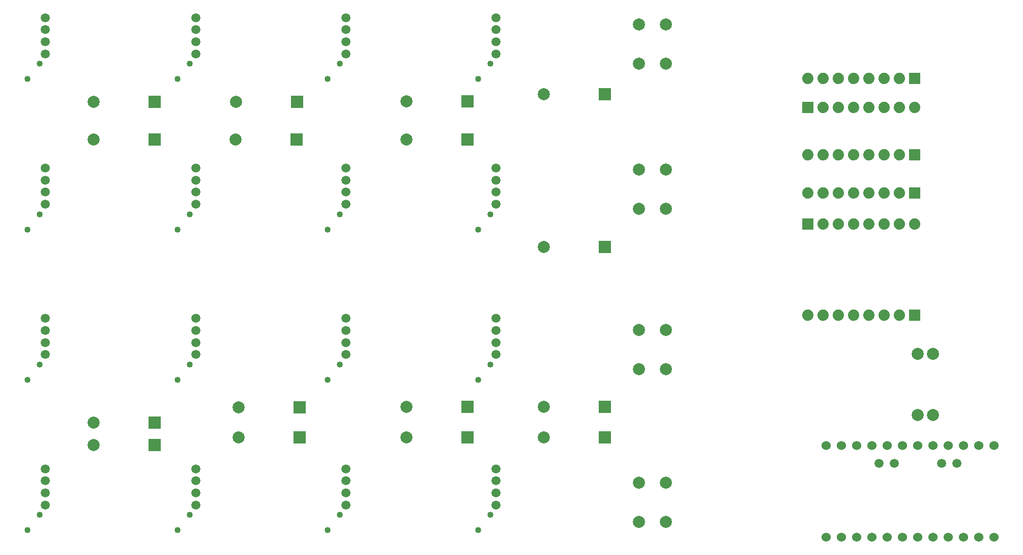
<source format=gbs>
G04 #@! TF.FileFunction,Soldermask,Bot*
%FSLAX46Y46*%
G04 Gerber Fmt 4.6, Leading zero omitted, Abs format (unit mm)*
G04 Created by KiCad (PCBNEW 4.0.4-stable) date 11/17/16 16:54:24*
%MOMM*%
%LPD*%
G01*
G04 APERTURE LIST*
%ADD10C,0.100000*%
%ADD11C,1.508000*%
%ADD12C,1.016000*%
%ADD13C,1.998980*%
%ADD14R,1.998980X1.998980*%
%ADD15R,1.879600X1.879600*%
%ADD16C,1.879600*%
%ADD17C,2.000000*%
%ADD18C,1.524000*%
%ADD19C,1.500000*%
G04 APERTURE END LIST*
D10*
D11*
X122500000Y-90000000D03*
X122500000Y-88000000D03*
X122500000Y-86000000D03*
X122500000Y-92000000D03*
X122500000Y-65000000D03*
X122500000Y-63000000D03*
X122500000Y-61000000D03*
X122500000Y-67000000D03*
X147500000Y-90000000D03*
X147500000Y-88000000D03*
X147500000Y-86000000D03*
X147500000Y-92000000D03*
D12*
X146519000Y-93672000D03*
X144487000Y-96212000D03*
D11*
X147500000Y-65000000D03*
X147500000Y-63000000D03*
X147500000Y-61000000D03*
X147500000Y-67000000D03*
D12*
X146519000Y-68672000D03*
X144487000Y-71212000D03*
X121519000Y-93672000D03*
X119487000Y-96212000D03*
X121519000Y-68672000D03*
X119487000Y-71212000D03*
D13*
X80504000Y-132079540D03*
D14*
X90664000Y-132079540D03*
D13*
X80504000Y-128325540D03*
D14*
X90664000Y-128325540D03*
D13*
X80504000Y-81280040D03*
D14*
X90664000Y-81280040D03*
D13*
X80504000Y-74985140D03*
D14*
X90664000Y-74985140D03*
D13*
X104634000Y-130809540D03*
D14*
X114794000Y-130809540D03*
D13*
X104634000Y-125785540D03*
D14*
X114794000Y-125785540D03*
D13*
X104140000Y-81280040D03*
D14*
X114300000Y-81280040D03*
D13*
X104225000Y-74985140D03*
D14*
X114385000Y-74985140D03*
D13*
X132574000Y-130809540D03*
D14*
X142734000Y-130809540D03*
D13*
X132574000Y-125729540D03*
D14*
X142734000Y-125729540D03*
D13*
X132574000Y-81280040D03*
D14*
X142734000Y-81280040D03*
D13*
X132574000Y-74930040D03*
D14*
X142734000Y-74930040D03*
D13*
X155434000Y-130809540D03*
D14*
X165594000Y-130809540D03*
D13*
X155434000Y-125729540D03*
D14*
X165594000Y-125729540D03*
D13*
X155434000Y-99115140D03*
D14*
X165594000Y-99115140D03*
D13*
X155434000Y-73715140D03*
D14*
X165594000Y-73715140D03*
D15*
X217170000Y-71120000D03*
D16*
X214630000Y-71120000D03*
X212090000Y-71120000D03*
X209550000Y-71120000D03*
X207010000Y-71120000D03*
X204470000Y-71120000D03*
X201930000Y-71120000D03*
X199390000Y-71120000D03*
D15*
X217170000Y-90170000D03*
D16*
X214630000Y-90170000D03*
X212090000Y-90170000D03*
X209550000Y-90170000D03*
X207010000Y-90170000D03*
X204470000Y-90170000D03*
X201930000Y-90170000D03*
X199390000Y-90170000D03*
D15*
X217170000Y-110490000D03*
D16*
X214630000Y-110490000D03*
X212090000Y-110490000D03*
X209550000Y-110490000D03*
X207010000Y-110490000D03*
X204470000Y-110490000D03*
X201930000Y-110490000D03*
X199390000Y-110490000D03*
D15*
X199390000Y-95305200D03*
D16*
X201930000Y-95305200D03*
X204470000Y-95305200D03*
X207010000Y-95305200D03*
X209550000Y-95305200D03*
X212090000Y-95305200D03*
X214630000Y-95305200D03*
X217170000Y-95305200D03*
D15*
X217160000Y-83820000D03*
D16*
X214620000Y-83820000D03*
X212080000Y-83820000D03*
X209540000Y-83820000D03*
X207000000Y-83820000D03*
X204460000Y-83820000D03*
X201920000Y-83820000D03*
X199380000Y-83820000D03*
D15*
X199380000Y-75873800D03*
D16*
X201920000Y-75873800D03*
X204460000Y-75873800D03*
X207000000Y-75873800D03*
X209540000Y-75873800D03*
X212080000Y-75873800D03*
X214620000Y-75873800D03*
X217160000Y-75873800D03*
D11*
X72500000Y-140000000D03*
X72500000Y-138000000D03*
X72500000Y-136000000D03*
X72500000Y-142000000D03*
X72500000Y-115000000D03*
X72500000Y-113000000D03*
X72500000Y-111000000D03*
X72500000Y-117000000D03*
X97500000Y-140000000D03*
X97500000Y-138000000D03*
X97500000Y-136000000D03*
X97500000Y-142000000D03*
D12*
X96519000Y-143672000D03*
X94487000Y-146212000D03*
D11*
X97500000Y-115000000D03*
X97500000Y-113000000D03*
X97500000Y-111000000D03*
X97500000Y-117000000D03*
D12*
X96519000Y-118672000D03*
X94487000Y-121212000D03*
X71519000Y-143672000D03*
X69487000Y-146212000D03*
X71519000Y-118672000D03*
X69487000Y-121212000D03*
D11*
X72500000Y-90000000D03*
X72500000Y-88000000D03*
X72500000Y-86000000D03*
X72500000Y-92000000D03*
X72500000Y-65000000D03*
X72500000Y-63000000D03*
X72500000Y-61000000D03*
X72500000Y-67000000D03*
X97500000Y-90000000D03*
X97500000Y-88000000D03*
X97500000Y-86000000D03*
X97500000Y-92000000D03*
D12*
X96519000Y-93672000D03*
X94487000Y-96212000D03*
D11*
X97500000Y-65000000D03*
X97500000Y-63000000D03*
X97500000Y-61000000D03*
X97500000Y-67000000D03*
D12*
X96519000Y-68672000D03*
X94487000Y-71212000D03*
X71519000Y-93672000D03*
X69487000Y-96212000D03*
X71519000Y-68672000D03*
X69487000Y-71212000D03*
D11*
X122500000Y-140000000D03*
X122500000Y-138000000D03*
X122500000Y-136000000D03*
X122500000Y-142000000D03*
X122500000Y-115000000D03*
X122500000Y-113000000D03*
X122500000Y-111000000D03*
X122500000Y-117000000D03*
X147500000Y-140000000D03*
X147500000Y-138000000D03*
X147500000Y-136000000D03*
X147500000Y-142000000D03*
D12*
X146519000Y-143672000D03*
X144487000Y-146212000D03*
D11*
X147500000Y-115000000D03*
X147500000Y-113000000D03*
X147500000Y-111000000D03*
X147500000Y-117000000D03*
D12*
X146519000Y-118672000D03*
X144487000Y-121212000D03*
X121519000Y-143672000D03*
X119487000Y-146212000D03*
X121519000Y-118672000D03*
X119487000Y-121212000D03*
D13*
X217664000Y-127055000D03*
X217664000Y-116895000D03*
X220204000Y-116895000D03*
X220204000Y-127055000D03*
D17*
X175754000Y-144835000D03*
X171254000Y-144835000D03*
X175754000Y-138335000D03*
X171254000Y-138335000D03*
X175754000Y-119435000D03*
X171254000Y-119435000D03*
X175754000Y-112935000D03*
X171254000Y-112935000D03*
X175754000Y-92765200D03*
X171254000Y-92765200D03*
X175754000Y-86265200D03*
X171254000Y-86265200D03*
X175754000Y-68635200D03*
X171254000Y-68635200D03*
X175754000Y-62135200D03*
X171254000Y-62135200D03*
D18*
X202424000Y-147375000D03*
X204964000Y-147375000D03*
X207504000Y-147375000D03*
X210044000Y-147375000D03*
X212584000Y-147375000D03*
X215124000Y-147375000D03*
X217664000Y-147375000D03*
X220204000Y-147375000D03*
X222744000Y-147375000D03*
X225284000Y-147375000D03*
X227824000Y-147375000D03*
X230364000Y-147375000D03*
X202424000Y-132135000D03*
X204964000Y-132135000D03*
X207504000Y-132135000D03*
X210044000Y-132135000D03*
X212584000Y-132135000D03*
X215124000Y-132135000D03*
X217664000Y-132135000D03*
X220204000Y-132135000D03*
X222744000Y-132135000D03*
X225284000Y-132135000D03*
X227824000Y-132135000D03*
X230364000Y-132135000D03*
D19*
X211187000Y-135056000D03*
X213727000Y-135056000D03*
X221601000Y-135056000D03*
X224141000Y-135056000D03*
M02*

</source>
